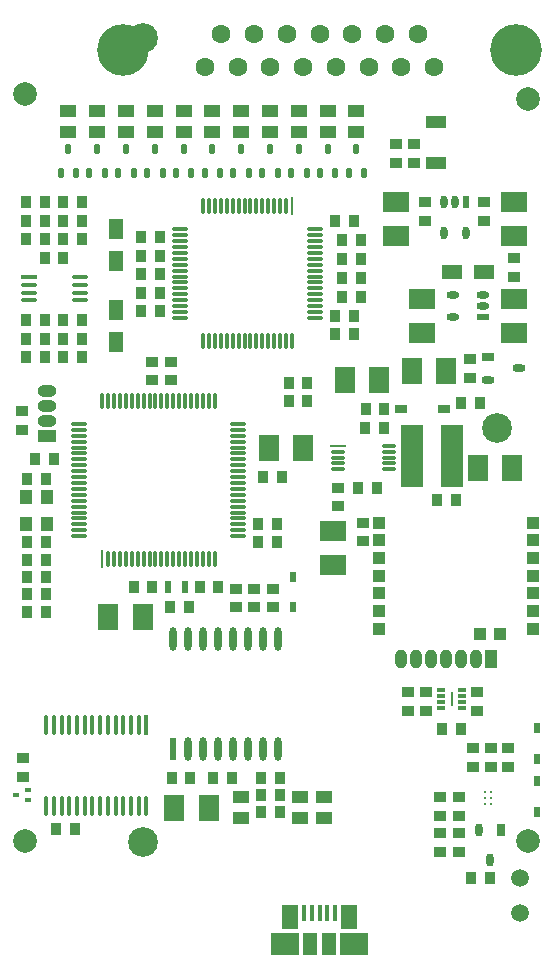
<source format=gbr>
*
%LPD*%
%LNSMT*%
%FSLAX24Y24*%
%MOIN*%
%AD*%
%ADD11R,0.037X0.039*%
%ADD12R,0.039X0.037*%
%ADD13R,0.071X0.091*%
%ADD14R,0.026X0.012*%
%ADD16R,0.02X0.039*%
%ADD17R,0.043X0.051*%
%ADD18R,0.039X0.039*%
%ADD19C,0.01*%
%ADD29R,0.057X0.044*%
%ADD30O,0.053X0.016*%
%ADD31R,0.053X0.016*%
%ADD32O,0.059X0.011*%
%ADD33O,0.011X0.059*%
%ADD34R,0.011X0.059*%
%ADD35R,0.069X0.039*%
%ADD36R,0.049X0.065*%
%ADD37O,0.024X0.043*%
%ADD38R,0.024X0.043*%
%ADD39R,0.091X0.071*%
%ADD40R,0.043X0.026*%
%ADD41O,0.043X0.026*%
%ADD42O,0.043X0.024*%
%ADD43R,0.043X0.024*%
%ADD44R,0.065X0.049*%
%ADD45R,0.024X0.078*%
%ADD46O,0.024X0.078*%
%ADD47O,0.016X0.066*%
%ADD48R,0.016X0.066*%
%ADD49R,0.02X0.035*%
%ADD50O,0.053X0.011*%
%ADD51R,0.053X0.011*%
%ADD52R,0.074X0.208*%
%ADD53R,0.039X0.031*%
%ADD54O,0.026X0.043*%
%ADD55R,0.026X0.043*%
%ADD56R,0.02X0.014*%
%ADD57R,0.02X0.012*%
%ADD58O,0.022X0.034*%
%ADD59R,0.018X0.054*%
%ADD60R,0.094X0.075*%
%ADD61R,0.046X0.075*%
%ADD62R,0.058X0.083*%
%ADD70O,0.041X0.063*%
%ADD71R,0.041X0.063*%
%ADD72C,0.059*%
%ADD73O,0.063X0.041*%
%ADD74R,0.063X0.041*%
%ADD75C,0.099*%
%ADD76C,0.172*%
%ADD77C,0.063*%
%ADD121R,0.01X0.048*%
%ADD122C,0.079*%
G54D11*
%SRX1Y1I0.0J0.0*%
G1X1620Y11950D3*
G1X1000Y11950D3*
G1X1620Y13110D3*
G1X1000Y13110D3*
G1X1620Y12530D3*
G1X1000Y12530D3*
G1X16420Y2480D3*
G1X15800Y2480D3*
G1X14840Y7450D3*
G1X15460Y7450D3*
G1X9320Y13710D3*
G1X8700Y13710D3*
G1X7210Y5840D3*
G1X7830Y5840D3*
G1X4800Y22620D3*
G1X5420Y22620D3*
G1X8700Y14290D3*
G1X9320Y14290D3*
G1X9720Y18390D3*
G1X10340Y18390D3*
G1X9720Y19010D3*
G1X10340Y19010D3*
G1X2200Y24410D3*
G1X2820Y24410D3*
G1X2820Y25030D3*
G1X2200Y25030D3*
G1X980Y21090D3*
G1X1600Y21090D3*
G1X980Y20470D3*
G1X1600Y20470D3*
G1X2200Y21090D3*
G1X2820Y21090D3*
G1X1600Y23790D3*
G1X980Y23790D3*
G1X2820Y23790D3*
G1X2200Y23790D3*
G1X980Y19860D3*
G1X1600Y19860D3*
G1X1590Y23170D3*
G1X2210Y23170D3*
G1X2200Y19860D3*
G1X2820Y19860D3*
G1X2820Y20470D3*
G1X2200Y20470D3*
G1X1620Y15810D3*
G1X1000Y15810D3*
G1X1000Y13690D3*
G1X1620Y13690D3*
G1X12120Y22480D3*
G1X11500Y22480D3*
G1X4800Y21380D3*
G1X5420Y21380D3*
G1X12120Y21860D3*
G1X11500Y21860D3*
G1X4800Y22000D3*
G1X5420Y22000D3*
G1X12120Y23750D3*
G1X11500Y23750D3*
G1X4800Y23860D3*
G1X5420Y23860D3*
G1X12120Y23130D3*
G1X11500Y23130D3*
G1X4800Y23240D3*
G1X5420Y23240D3*
G1X11280Y24400D3*
G1X11900Y24400D3*
G1X11900Y20620D3*
G1X11280Y20620D3*
G1X11900Y21240D3*
G1X11280Y21240D3*
G1X1600Y25030D3*
G1X980Y25030D3*
G1X1600Y24410D3*
G1X980Y24410D3*
G1X1000Y11370D3*
G1X1620Y11370D3*
G1X1895Y16445D3*
G1X1275Y16445D3*
G1X8870Y15860D3*
G1X9490Y15860D3*
G1X5180Y12180D3*
G1X4560Y12180D3*
G1X6760Y12180D3*
G1X7380Y12180D3*
G1X8810Y5840D3*
G1X9430Y5840D3*
G1X8810Y5260D3*
G1X9430Y5260D3*
G1X8810Y4680D3*
G1X9430Y4680D3*
G1X1980Y4140D3*
G1X2600Y4140D3*
G1X5780Y11525D3*
G1X6400Y11525D3*
G1X5820Y5840D3*
G1X6440Y5840D3*
G1X12900Y17510D3*
G1X12280Y17510D3*
G1X12905Y18130D3*
G1X12285Y18130D3*
G1X15475Y18320D3*
G1X16095Y18320D3*
G1X15290Y15080D3*
G1X14670Y15080D3*
G1X12040Y15510D3*
G1X12660Y15510D3*
G54D12*
G1X8580Y12140D3*
G1X8580Y11520D3*
G1X870Y5870D3*
G1X870Y6490D3*
G1X13710Y8070D3*
G1X13710Y8690D3*
G1X16010Y8690D3*
G1X16010Y8070D3*
G1X14290Y8690D3*
G1X14290Y8070D3*
G1X15870Y6210D3*
G1X15870Y6830D3*
G1X820Y18050D3*
G1X820Y17430D3*
G1X17030Y6830D3*
G1X17030Y6210D3*
G1X16450Y6210D3*
G1X16450Y6830D3*
G1X9200Y11520D3*
G1X9200Y12140D3*
G1X12190Y13720D3*
G1X12190Y14340D3*
G1X5790Y19700D3*
G1X5790Y19080D3*
G1X13290Y26950D3*
G1X13290Y26330D3*
G1X13910Y26950D3*
G1X13910Y26330D3*
G1X17220Y23150D3*
G1X17220Y22530D3*
G1X14280Y24410D3*
G1X14280Y25030D3*
G1X16240Y25030D3*
G1X16240Y24410D3*
G1X15760Y19790D3*
G1X15760Y19170D3*
G1X5170Y19080D3*
G1X5170Y19700D3*
G1X11360Y14890D3*
G1X11360Y15510D3*
G1X15390Y5190D3*
G1X15390Y4570D3*
G1X15390Y3990D3*
G1X15390Y3370D3*
G1X14770Y5190D3*
G1X14770Y4570D3*
G1X14770Y3990D3*
G1X14770Y3370D3*
G1X7960Y11520D3*
G1X7960Y12140D3*
G54D13*
G1X16030Y16170D3*
G1X17170Y16170D3*
G1X7050Y4840D3*
G1X5910Y4840D3*
G1X3710Y11200D3*
G1X4850Y11200D3*
G1X11605Y19110D3*
G1X12745Y19110D3*
G1X14980Y19390D3*
G1X13840Y19390D3*
G1X10210Y16840D3*
G1X9070Y16840D3*
G54D14*
G1X14800Y8155D3*
G1X14800Y8352D3*
G1X14800Y8548D3*
G1X14800Y8745D3*
G1X15500Y8745D3*
G1X15500Y8548D3*
G1X15500Y8352D3*
G1X15500Y8155D3*
G54D16*
G1X6250Y12180D3*
G1X5690Y12180D3*
G54D17*
G1X960Y14300D3*
G1X960Y15200D3*
G1X1660Y15200D3*
G1X1660Y14300D3*
G54D18*
G1X17860Y10800D3*
G1X17860Y11390D3*
G1X17860Y11980D3*
G1X17860Y12570D3*
G1X17860Y13160D3*
G1X17860Y13750D3*
G1X17860Y14340D3*
G1X12740Y14340D3*
G1X12740Y13750D3*
G1X12740Y13160D3*
G1X12740Y12570D3*
G1X12740Y11980D3*
G1X12740Y11390D3*
G1X12740Y10800D3*
G1X16110Y10620D3*
G1X16760Y10620D3*
G54D19*
G1X16262Y4954D3*
G1X16262Y5150D3*
G1X16262Y5346D3*
G1X16458Y4954D3*
G1X16458Y5150D3*
G1X16458Y5346D3*
G54D29*
G1X2380Y28060D3*
G1X2380Y27360D3*
G1X3340Y28060D3*
G1X3340Y27360D3*
G1X8140Y28060D3*
G1X8140Y27360D3*
G1X9100Y28060D3*
G1X9100Y27360D3*
G1X10060Y28060D3*
G1X10060Y27360D3*
G1X11020Y28060D3*
G1X11020Y27360D3*
G1X11980Y28060D3*
G1X11980Y27360D3*
G1X7180Y28060D3*
G1X7180Y27360D3*
G1X6220Y28060D3*
G1X6220Y27360D3*
G1X5260Y28060D3*
G1X5260Y27360D3*
G1X4300Y28060D3*
G1X4300Y27360D3*
G1X10890Y5190D3*
G1X10890Y4490D3*
G1X10110Y5190D3*
G1X10110Y4490D3*
G1X8130Y5190D3*
G1X8130Y4490D3*
G54D30*
G1X2750Y22514D3*
G1X2750Y22258D3*
G1X2750Y22002D3*
G1X2750Y21746D3*
G1X1050Y21746D3*
G1X1050Y22002D3*
G1X1050Y22258D3*
G54D31*
G1X1050Y22514D3*
G54D32*
G1X2740Y13890D3*
G1X2740Y14087D3*
G1X2740Y14284D3*
G1X2740Y14480D3*
G1X2740Y14677D3*
G1X2740Y14874D3*
G1X2740Y15071D3*
G1X2740Y15268D3*
G1X2740Y15465D3*
G1X2740Y15662D3*
G1X2740Y15858D3*
G1X2740Y16055D3*
G1X2740Y16252D3*
G1X2740Y16449D3*
G1X2740Y16646D3*
G1X2740Y16843D3*
G1X2740Y17040D3*
G1X2740Y17236D3*
G1X2740Y17433D3*
G1X2740Y17630D3*
G1X8020Y17630D3*
G1X8020Y17433D3*
G1X8020Y17236D3*
G1X8020Y17040D3*
G1X8020Y16843D3*
G1X8020Y16646D3*
G1X8020Y16449D3*
G1X8020Y16252D3*
G1X8020Y16055D3*
G1X8020Y15858D3*
G1X8020Y15662D3*
G1X8020Y15465D3*
G1X8020Y15268D3*
G1X8020Y15071D3*
G1X8020Y14874D3*
G1X8020Y14677D3*
G1X8020Y14480D3*
G1X8020Y14284D3*
G1X8020Y14087D3*
G1X8020Y13890D3*
G1X6110Y24116D3*
G1X6110Y23920D3*
G1X6110Y23723D3*
G1X6110Y23526D3*
G1X6110Y23329D3*
G1X6110Y23132D3*
G1X6110Y22935D3*
G1X6110Y22738D3*
G1X6110Y22542D3*
G1X6110Y22345D3*
G1X6110Y22148D3*
G1X6110Y21951D3*
G1X6110Y21754D3*
G1X6110Y21557D3*
G1X6110Y21360D3*
G1X6110Y21164D3*
G1X10590Y21164D3*
G1X10590Y21360D3*
G1X10590Y21557D3*
G1X10590Y21754D3*
G1X10590Y21951D3*
G1X10590Y22148D3*
G1X10590Y22345D3*
G1X10590Y22542D3*
G1X10590Y22738D3*
G1X10590Y22935D3*
G1X10590Y23132D3*
G1X10590Y23329D3*
G1X10590Y23526D3*
G1X10590Y23723D3*
G1X10590Y23920D3*
G1X10590Y24116D3*
G54D33*
G1X7250Y13120D3*
G1X7053Y13120D3*
G1X6856Y13120D3*
G1X6660Y13120D3*
G1X6463Y13120D3*
G1X6266Y13120D3*
G1X6069Y13120D3*
G1X5872Y13120D3*
G1X5675Y13120D3*
G1X5478Y13120D3*
G1X5282Y13120D3*
G1X5085Y13120D3*
G1X4888Y13120D3*
G1X4691Y13120D3*
G1X4494Y13120D3*
G1X4297Y13120D3*
G1X4100Y13120D3*
G1X3904Y13120D3*
G1X3707Y13120D3*
G1X7250Y18400D3*
G1X7053Y18400D3*
G1X6856Y18400D3*
G1X6660Y18400D3*
G1X6463Y18400D3*
G1X6266Y18400D3*
G1X6068Y18400D3*
G1X5872Y18400D3*
G1X5675Y18400D3*
G1X5478Y18400D3*
G1X5282Y18400D3*
G1X5085Y18400D3*
G1X4888Y18400D3*
G1X4691Y18400D3*
G1X4494Y18400D3*
G1X4297Y18400D3*
G1X4100Y18400D3*
G1X3904Y18400D3*
G1X3707Y18400D3*
G1X3510Y18400D3*
G1X9826Y20400D3*
G1X9630Y20400D3*
G1X9433Y20400D3*
G1X9236Y20400D3*
G1X9039Y20400D3*
G1X8842Y20400D3*
G1X8645Y20400D3*
G1X8448Y20400D3*
G1X8252Y20400D3*
G1X8055Y20400D3*
G1X7858Y20400D3*
G1X7662Y20400D3*
G1X7464Y20400D3*
G1X7267Y20400D3*
G1X7070Y20400D3*
G1X6874Y20400D3*
G1X9630Y24880D3*
G1X9433Y24880D3*
G1X9236Y24880D3*
G1X9039Y24880D3*
G1X8842Y24880D3*
G1X8645Y24880D3*
G1X8448Y24880D3*
G1X8252Y24880D3*
G1X8055Y24880D3*
G1X7858Y24880D3*
G1X7661Y24880D3*
G1X7464Y24880D3*
G1X7267Y24880D3*
G1X7070Y24880D3*
G1X6874Y24880D3*
G54D34*
G1X3510Y13120D3*
G1X9826Y24880D3*
G54D35*
G1X14640Y27710D3*
G1X14640Y26330D3*
G54D36*
G1X3980Y24130D3*
G1X3980Y23050D3*
G1X3980Y20360D3*
G1X3980Y21440D3*
G54D37*
G1X14890Y25030D3*
G1X15260Y25030D3*
G1X14890Y24010D3*
G1X15630Y24010D3*
G54D38*
G1X15630Y25030D3*
G54D39*
G1X13300Y25030D3*
G1X13300Y23890D3*
G1X17220Y23890D3*
G1X17220Y25030D3*
G1X17220Y21790D3*
G1X17220Y20650D3*
G1X14180Y21790D3*
G1X14180Y20650D3*
G1X11210Y12930D3*
G1X11210Y14070D3*
G54D40*
G1X16370Y19850D3*
G54D41*
G1X16370Y19110D3*
G1X17390Y19480D3*
G54D42*
G1X16210Y21920D3*
G1X16210Y21550D3*
G1X15190Y21920D3*
G1X15190Y21180D3*
G54D43*
G1X16210Y21180D3*
G54D44*
G1X16240Y22690D3*
G1X15160Y22690D3*
G54D45*
G1X5880Y6810D3*
G54D46*
G1X6380Y6810D3*
G1X6880Y6810D3*
G1X7380Y6810D3*
G1X7880Y6810D3*
G1X8380Y6810D3*
G1X8880Y6810D3*
G1X9380Y6810D3*
G1X9380Y10470D3*
G1X8880Y10470D3*
G1X8380Y10470D3*
G1X7880Y10470D3*
G1X7380Y10470D3*
G1X6880Y10470D3*
G1X6380Y10470D3*
G1X5880Y10470D3*
G54D47*
G1X4206Y4880D3*
G1X3950Y4880D3*
G1X3694Y4880D3*
G1X3438Y4880D3*
G1X3182Y4880D3*
G1X2926Y4880D3*
G1X2670Y4880D3*
G1X2414Y4880D3*
G1X2414Y7600D3*
G1X2670Y7600D3*
G1X2926Y7600D3*
G1X3182Y7600D3*
G1X3438Y7600D3*
G1X3694Y7600D3*
G1X3950Y7600D3*
G1X4206Y7600D3*
G1X4717Y7600D3*
G1X4462Y7600D3*
G1X2158Y7600D3*
G1X1903Y7600D3*
G1X1647Y7600D3*
G1X1647Y4880D3*
G1X1903Y4880D3*
G1X2158Y4880D3*
G1X4462Y4880D3*
G1X4717Y4880D3*
G1X4973Y4880D3*
G54D48*
G1X4973Y7600D3*
G54D49*
G1X18000Y6460D3*
G1X18000Y7480D3*
G1X18000Y5730D3*
G1X18000Y4710D3*
G1X9860Y12540D3*
G1X9860Y11520D3*
G54D50*
G1X13060Y16904D3*
G1X13060Y16707D3*
G1X13060Y16510D3*
G1X13060Y16313D3*
G1X13060Y16116D3*
G1X11360Y16707D3*
G1X11360Y16510D3*
G1X11360Y16313D3*
G1X11360Y16116D3*
G54D51*
G1X11360Y16904D3*
G54D52*
G1X15170Y16560D3*
G1X13830Y16560D3*
G54D53*
G1X13480Y18130D3*
G1X14900Y18130D3*
G54D54*
G1X16420Y3090D3*
G1X16050Y4110D3*
G54D55*
G1X16790Y4110D3*
G54D56*
G1X640Y5260D3*
G54D57*
G1X1020Y5417D3*
G1X1020Y5103D3*
G54D58*
G1X4300Y26800D3*
G1X4560Y25980D3*
G1X4040Y25980D3*
G1X5260Y26800D3*
G1X5520Y25980D3*
G1X5000Y25980D3*
G1X6220Y26800D3*
G1X6480Y25980D3*
G1X5960Y25980D3*
G1X7180Y26800D3*
G1X7440Y25980D3*
G1X6920Y25980D3*
G1X11980Y26800D3*
G1X12240Y25980D3*
G1X11720Y25980D3*
G1X11020Y26800D3*
G1X11280Y25980D3*
G1X10760Y25980D3*
G1X10060Y26800D3*
G1X10320Y25980D3*
G1X9800Y25980D3*
G1X9100Y26800D3*
G1X9360Y25980D3*
G1X8840Y25980D3*
G1X8140Y26800D3*
G1X8400Y25980D3*
G1X7880Y25980D3*
G1X3340Y26800D3*
G1X3600Y25980D3*
G1X3080Y25980D3*
G1X2380Y26800D3*
G1X2640Y25980D3*
G1X2120Y25980D3*
G54D59*
G1X11260Y1320D3*
G1X11010Y1320D3*
G1X10750Y1320D3*
G1X10490Y1320D3*
G1X10240Y1320D3*
G54D60*
G1X9600Y280D3*
G1X11900Y280D3*
G54D61*
G1X11080Y280D3*
G1X10420Y280D3*
G54D62*
G1X11720Y1180D3*
G1X9780Y1180D3*
G54D70*
G1X13480Y9780D3*
G1X13980Y9780D3*
G1X14480Y9780D3*
G1X14980Y9780D3*
G1X15480Y9780D3*
G1X15980Y9780D3*
G54D71*
G1X16480Y9780D3*
G54D72*
G1X17430Y1340D3*
G1X17430Y2480D3*
G54D73*
G1X1680Y18240D3*
G1X1680Y17740D3*
G1X1680Y18740D3*
G54D74*
G1X1680Y17240D3*
G54D75*
G1X4850Y3680D3*
G1X4850Y30480D3*
G1X16650Y17480D3*
G54D76*
G1X4190Y30080D3*
G1X17310Y30080D3*
G54D77*
G1X10750Y30640D3*
G1X9660Y30640D3*
G1X8570Y30640D3*
G1X7480Y30640D3*
G1X11840Y30640D3*
G1X12930Y30640D3*
G1X14020Y30640D3*
G1X14570Y29520D3*
G1X13480Y29520D3*
G1X12390Y29520D3*
G1X11290Y29520D3*
G1X10210Y29520D3*
G1X9110Y29520D3*
G1X8020Y29520D3*
G1X6930Y29520D3*
G54D121*
G1X15150Y8450D3*
G54D122*
G1X940Y28630D3*
G1X17700Y28450D3*
G1X17700Y3730D3*
G1X940Y3730D3*
M2*

</source>
